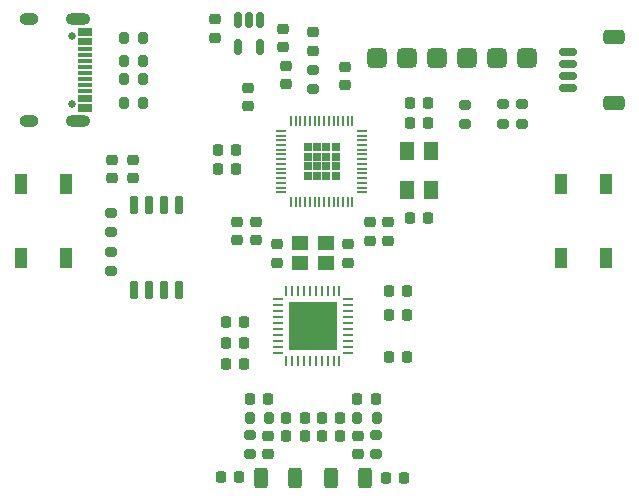
<source format=gts>
G04 #@! TF.GenerationSoftware,KiCad,Pcbnew,7.0.1-0*
G04 #@! TF.CreationDate,2023-05-11T23:17:20+02:00*
G04 #@! TF.ProjectId,nfc_reader,6e66635f-7265-4616-9465-722e6b696361,1.0*
G04 #@! TF.SameCoordinates,PX354a940PY3072580*
G04 #@! TF.FileFunction,Soldermask,Top*
G04 #@! TF.FilePolarity,Negative*
%FSLAX46Y46*%
G04 Gerber Fmt 4.6, Leading zero omitted, Abs format (unit mm)*
G04 Created by KiCad (PCBNEW 7.0.1-0) date 2023-05-11 23:17:20*
%MOMM*%
%LPD*%
G01*
G04 APERTURE LIST*
G04 Aperture macros list*
%AMRoundRect*
0 Rectangle with rounded corners*
0 $1 Rounding radius*
0 $2 $3 $4 $5 $6 $7 $8 $9 X,Y pos of 4 corners*
0 Add a 4 corners polygon primitive as box body*
4,1,4,$2,$3,$4,$5,$6,$7,$8,$9,$2,$3,0*
0 Add four circle primitives for the rounded corners*
1,1,$1+$1,$2,$3*
1,1,$1+$1,$4,$5*
1,1,$1+$1,$6,$7*
1,1,$1+$1,$8,$9*
0 Add four rect primitives between the rounded corners*
20,1,$1+$1,$2,$3,$4,$5,0*
20,1,$1+$1,$4,$5,$6,$7,0*
20,1,$1+$1,$6,$7,$8,$9,0*
20,1,$1+$1,$8,$9,$2,$3,0*%
G04 Aperture macros list end*
%ADD10RoundRect,0.200000X0.275000X-0.200000X0.275000X0.200000X-0.275000X0.200000X-0.275000X-0.200000X0*%
%ADD11R,1.400000X1.200000*%
%ADD12RoundRect,0.218750X0.218750X0.256250X-0.218750X0.256250X-0.218750X-0.256250X0.218750X-0.256250X0*%
%ADD13RoundRect,0.225000X0.250000X-0.225000X0.250000X0.225000X-0.250000X0.225000X-0.250000X-0.225000X0*%
%ADD14RoundRect,0.225000X0.225000X0.250000X-0.225000X0.250000X-0.225000X-0.250000X0.225000X-0.250000X0*%
%ADD15RoundRect,0.225000X-0.250000X0.225000X-0.250000X-0.225000X0.250000X-0.225000X0.250000X0.225000X0*%
%ADD16RoundRect,0.200000X0.200000X0.275000X-0.200000X0.275000X-0.200000X-0.275000X0.200000X-0.275000X0*%
%ADD17RoundRect,0.250000X0.312500X0.625000X-0.312500X0.625000X-0.312500X-0.625000X0.312500X-0.625000X0*%
%ADD18RoundRect,0.425000X0.425000X-0.425000X0.425000X0.425000X-0.425000X0.425000X-0.425000X-0.425000X0*%
%ADD19RoundRect,0.225000X-0.225000X-0.250000X0.225000X-0.250000X0.225000X0.250000X-0.225000X0.250000X0*%
%ADD20R,1.300000X1.600000*%
%ADD21RoundRect,0.150000X0.625000X-0.150000X0.625000X0.150000X-0.625000X0.150000X-0.625000X-0.150000X0*%
%ADD22RoundRect,0.250000X0.650000X-0.350000X0.650000X0.350000X-0.650000X0.350000X-0.650000X-0.350000X0*%
%ADD23C,0.650000*%
%ADD24R,1.150000X0.300000*%
%ADD25O,2.100000X1.000000*%
%ADD26O,1.600000X1.000000*%
%ADD27RoundRect,0.200000X-0.200000X-0.275000X0.200000X-0.275000X0.200000X0.275000X-0.200000X0.275000X0*%
%ADD28R,1.000000X1.700000*%
%ADD29RoundRect,0.200000X-0.275000X0.200000X-0.275000X-0.200000X0.275000X-0.200000X0.275000X0.200000X0*%
%ADD30RoundRect,0.218750X-0.256250X0.218750X-0.256250X-0.218750X0.256250X-0.218750X0.256250X0.218750X0*%
%ADD31O,0.200000X0.875000*%
%ADD32O,0.875000X0.200000*%
%ADD33R,0.800000X0.800000*%
%ADD34RoundRect,0.150000X-0.150000X0.512500X-0.150000X-0.512500X0.150000X-0.512500X0.150000X0.512500X0*%
%ADD35RoundRect,0.062500X-0.375000X-0.062500X0.375000X-0.062500X0.375000X0.062500X-0.375000X0.062500X0*%
%ADD36RoundRect,0.062500X-0.062500X-0.375000X0.062500X-0.375000X0.062500X0.375000X-0.062500X0.375000X0*%
%ADD37R,4.100000X4.100000*%
%ADD38RoundRect,0.150000X0.150000X-0.650000X0.150000X0.650000X-0.150000X0.650000X-0.150000X-0.650000X0*%
%ADD39RoundRect,0.218750X-0.218750X-0.256250X0.218750X-0.256250X0.218750X0.256250X-0.218750X0.256250X0*%
%ADD40RoundRect,0.250000X-0.312500X-0.625000X0.312500X-0.625000X0.312500X0.625000X-0.312500X0.625000X0*%
G04 APERTURE END LIST*
D10*
G04 #@! TO.C,R2*
X44687500Y-17425000D03*
X44687500Y-15775000D03*
G04 #@! TD*
D11*
G04 #@! TO.C,Y2*
X28087500Y-27550000D03*
X25887500Y-27550000D03*
X25887500Y-29250000D03*
X28087500Y-29250000D03*
G04 #@! TD*
D12*
G04 #@! TO.C,L2*
X26300000Y-42300000D03*
X24725000Y-42300000D03*
G04 #@! TD*
D13*
G04 #@! TO.C,C10*
X29687500Y-14150000D03*
X29687500Y-12600000D03*
G04 #@! TD*
D14*
G04 #@! TO.C,C27*
X29287500Y-43850000D03*
X27737500Y-43850000D03*
G04 #@! TD*
D15*
G04 #@! TO.C,C8*
X22187500Y-25725000D03*
X22187500Y-27275000D03*
G04 #@! TD*
D13*
G04 #@! TO.C,C12*
X21487500Y-15950000D03*
X21487500Y-14400000D03*
G04 #@! TD*
D14*
G04 #@! TO.C,C14*
X20462500Y-21275000D03*
X18912500Y-21275000D03*
G04 #@! TD*
D13*
G04 #@! TO.C,C23*
X23987500Y-29175000D03*
X23987500Y-27625000D03*
G04 #@! TD*
D16*
G04 #@! TO.C,R3*
X32387500Y-42300000D03*
X30737500Y-42300000D03*
G04 #@! TD*
D15*
G04 #@! TO.C,C11*
X33387500Y-25775000D03*
X33387500Y-27325000D03*
G04 #@! TD*
D17*
G04 #@! TO.C,R15*
X31412500Y-47400000D03*
X28487500Y-47400000D03*
G04 #@! TD*
D13*
G04 #@! TO.C,C3*
X24487500Y-10950000D03*
X24487500Y-9400000D03*
G04 #@! TD*
D14*
G04 #@! TO.C,C28*
X26287500Y-43850000D03*
X24737500Y-43850000D03*
G04 #@! TD*
D18*
G04 #@! TO.C,J3*
X32427500Y-11850000D03*
X34967500Y-11850000D03*
X37507500Y-11850000D03*
X40047500Y-11850000D03*
X42587500Y-11850000D03*
X45127500Y-11850000D03*
G04 #@! TD*
D19*
G04 #@! TO.C,C29*
X33162500Y-47400000D03*
X34712500Y-47400000D03*
G04 #@! TD*
D15*
G04 #@! TO.C,C5*
X31787500Y-25775000D03*
X31787500Y-27325000D03*
G04 #@! TD*
D10*
G04 #@! TO.C,R1*
X43087500Y-17425000D03*
X43087500Y-15775000D03*
G04 #@! TD*
D20*
G04 #@! TO.C,Y1*
X34987500Y-19725000D03*
X34987500Y-23025000D03*
X36987500Y-23025000D03*
X36987500Y-19725000D03*
G04 #@! TD*
D15*
G04 #@! TO.C,C9*
X20587500Y-25725000D03*
X20587500Y-27275000D03*
G04 #@! TD*
D21*
G04 #@! TO.C,J2*
X48587500Y-14375000D03*
X48587500Y-13375000D03*
X48587500Y-12375000D03*
X48587500Y-11375000D03*
D22*
X52462500Y-15675000D03*
X52462500Y-10075000D03*
G04 #@! TD*
D14*
G04 #@! TO.C,C19*
X21162500Y-36000000D03*
X19612500Y-36000000D03*
G04 #@! TD*
D13*
G04 #@! TO.C,C17*
X9987500Y-22050000D03*
X9987500Y-20500000D03*
G04 #@! TD*
D16*
G04 #@! TO.C,R7*
X12612500Y-10175000D03*
X10962500Y-10175000D03*
G04 #@! TD*
G04 #@! TO.C,R8*
X12612500Y-15675000D03*
X10962500Y-15675000D03*
G04 #@! TD*
D14*
G04 #@! TO.C,C2*
X21162500Y-37750000D03*
X19612500Y-37750000D03*
G04 #@! TD*
D15*
G04 #@! TO.C,C31*
X30812500Y-43825000D03*
X30812500Y-45375000D03*
G04 #@! TD*
D14*
G04 #@! TO.C,C25*
X23212500Y-40750000D03*
X21662500Y-40750000D03*
G04 #@! TD*
D23*
G04 #@! TO.C,J1*
X6592500Y-9985000D03*
X6592500Y-15765000D03*
D24*
X7657500Y-9525000D03*
X7657500Y-10325000D03*
X7657500Y-11625000D03*
X7657500Y-12625000D03*
X7657500Y-13125000D03*
X7657500Y-14125000D03*
X7657500Y-15425000D03*
X7657500Y-16225000D03*
X7657500Y-15925000D03*
X7657500Y-15125000D03*
X7657500Y-14625000D03*
X7657500Y-13625000D03*
X7657500Y-12125000D03*
X7657500Y-11125000D03*
X7657500Y-10625000D03*
X7657500Y-9825000D03*
D25*
X7092500Y-8555000D03*
D26*
X2912500Y-8555000D03*
D25*
X7092500Y-17195000D03*
D26*
X2912500Y-17195000D03*
G04 #@! TD*
D27*
G04 #@! TO.C,R14*
X10962500Y-13675000D03*
X12612500Y-13675000D03*
G04 #@! TD*
D19*
G04 #@! TO.C,C13*
X35187501Y-15675000D03*
X36737501Y-15675000D03*
G04 #@! TD*
D28*
G04 #@! TO.C,SW7*
X2287500Y-28800000D03*
X2287500Y-22500000D03*
X6087500Y-28800000D03*
X6087500Y-22500000D03*
G04 #@! TD*
D29*
G04 #@! TO.C,R6*
X32362500Y-43775000D03*
X32362500Y-45425000D03*
G04 #@! TD*
G04 #@! TO.C,R11*
X9887500Y-24950000D03*
X9887500Y-26600000D03*
G04 #@! TD*
D30*
G04 #@! TO.C,D1*
X26987500Y-9662500D03*
X26987500Y-11237500D03*
G04 #@! TD*
D27*
G04 #@! TO.C,R13*
X10962500Y-12075000D03*
X12612500Y-12075000D03*
G04 #@! TD*
D14*
G04 #@! TO.C,C16*
X36762500Y-17375000D03*
X35212500Y-17375000D03*
G04 #@! TD*
D19*
G04 #@! TO.C,C21*
X33412500Y-33600000D03*
X34962500Y-33600000D03*
G04 #@! TD*
D31*
G04 #@! TO.C,U5*
X25137500Y-24062500D03*
X25537500Y-24062500D03*
X25937500Y-24062500D03*
X26337500Y-24062500D03*
X26737500Y-24062500D03*
X27137500Y-24062500D03*
X27537500Y-24062500D03*
X27937500Y-24062500D03*
X28337500Y-24062500D03*
X28737500Y-24062500D03*
X29137500Y-24062500D03*
X29537500Y-24062500D03*
X29937500Y-24062500D03*
X30337500Y-24062500D03*
D32*
X31175000Y-23225000D03*
X31175000Y-22825000D03*
X31175000Y-22425000D03*
X31175000Y-22025000D03*
X31175000Y-21625000D03*
X31175000Y-21225000D03*
X31175000Y-20825000D03*
X31175000Y-20425000D03*
X31175000Y-20025000D03*
X31175000Y-19625000D03*
X31175000Y-19225000D03*
X31175000Y-18825000D03*
X31175000Y-18425000D03*
X31175000Y-18025000D03*
D31*
X30337500Y-17187500D03*
X29937500Y-17187500D03*
X29537500Y-17187500D03*
X29137500Y-17187500D03*
X28737500Y-17187500D03*
X28337500Y-17187500D03*
X27937500Y-17187500D03*
X27537500Y-17187500D03*
X27137500Y-17187500D03*
X26737500Y-17187500D03*
X26337500Y-17187500D03*
X25937500Y-17187500D03*
X25537500Y-17187500D03*
X25137500Y-17187500D03*
D32*
X24300000Y-18025000D03*
X24300000Y-18425000D03*
X24300000Y-18825000D03*
X24300000Y-19225000D03*
X24300000Y-19625000D03*
X24300000Y-20025000D03*
X24300000Y-20425000D03*
X24300000Y-20825000D03*
X24300000Y-21225000D03*
X24300000Y-21625000D03*
X24300000Y-22025000D03*
X24300000Y-22425000D03*
X24300000Y-22825000D03*
X24300000Y-23225000D03*
D33*
X26537500Y-21825000D03*
X27337500Y-21825000D03*
X28137500Y-21825000D03*
X28937500Y-21825000D03*
X26537500Y-21025000D03*
X27337500Y-21025000D03*
X28137500Y-21025000D03*
X28937500Y-21025000D03*
X26537500Y-20225000D03*
X27337500Y-20225000D03*
X28137500Y-20225000D03*
X28937500Y-20225000D03*
X26537500Y-19425000D03*
X27337500Y-19425000D03*
X28137500Y-19425000D03*
X28937500Y-19425000D03*
G04 #@! TD*
D13*
G04 #@! TO.C,C18*
X11787500Y-22050000D03*
X11787500Y-20500000D03*
G04 #@! TD*
D28*
G04 #@! TO.C,SW6*
X51787500Y-22500000D03*
X51787500Y-28800000D03*
X47987500Y-22500000D03*
X47987500Y-28800000D03*
G04 #@! TD*
D34*
G04 #@! TO.C,U1*
X22537500Y-8637500D03*
X21587500Y-8637500D03*
X20637500Y-8637500D03*
X20637500Y-10912500D03*
X22537500Y-10912500D03*
G04 #@! TD*
D19*
G04 #@! TO.C,C30*
X19212500Y-47350000D03*
X20762500Y-47350000D03*
G04 #@! TD*
D35*
G04 #@! TO.C,U3*
X24050000Y-32300000D03*
X24050000Y-32800000D03*
X24050000Y-33300000D03*
X24050000Y-33800000D03*
X24050000Y-34300000D03*
X24050000Y-34800000D03*
X24050000Y-35300000D03*
X24050000Y-35800000D03*
X24050000Y-36300000D03*
X24050000Y-36800000D03*
D36*
X24737500Y-37487500D03*
X25237500Y-37487500D03*
X25737500Y-37487500D03*
X26237500Y-37487500D03*
X26737500Y-37487500D03*
X27237500Y-37487500D03*
X27737500Y-37487500D03*
X28237500Y-37487500D03*
X28737500Y-37487500D03*
X29237500Y-37487500D03*
D35*
X29925000Y-36800000D03*
X29925000Y-36300000D03*
X29925000Y-35800000D03*
X29925000Y-35300000D03*
X29925000Y-34800000D03*
X29925000Y-34300000D03*
X29925000Y-33800000D03*
X29925000Y-33300000D03*
X29925000Y-32800000D03*
X29925000Y-32300000D03*
D36*
X29237500Y-31612500D03*
X28737500Y-31612500D03*
X28237500Y-31612500D03*
X27737500Y-31612500D03*
X27237500Y-31612500D03*
X26737500Y-31612500D03*
X26237500Y-31612500D03*
X25737500Y-31612500D03*
X25237500Y-31612500D03*
X24737500Y-31612500D03*
D37*
X26987500Y-34550000D03*
G04 #@! TD*
D14*
G04 #@! TO.C,C6*
X20462500Y-19675000D03*
X18912500Y-19675000D03*
G04 #@! TD*
D13*
G04 #@! TO.C,C7*
X24687500Y-14075000D03*
X24687500Y-12525000D03*
G04 #@! TD*
D15*
G04 #@! TO.C,C24*
X29987500Y-27625000D03*
X29987500Y-29175000D03*
G04 #@! TD*
D19*
G04 #@! TO.C,C15*
X35212500Y-25375000D03*
X36762500Y-25375000D03*
G04 #@! TD*
D10*
G04 #@! TO.C,R9*
X9887500Y-29900000D03*
X9887500Y-28250000D03*
G04 #@! TD*
D29*
G04 #@! TO.C,R5*
X21662500Y-43775000D03*
X21662500Y-45425000D03*
G04 #@! TD*
D15*
G04 #@! TO.C,C32*
X23212500Y-43825000D03*
X23212500Y-45375000D03*
G04 #@! TD*
D16*
G04 #@! TO.C,R4*
X23287500Y-42300000D03*
X21637500Y-42300000D03*
G04 #@! TD*
D10*
G04 #@! TO.C,R10*
X39837500Y-17450000D03*
X39837500Y-15800000D03*
G04 #@! TD*
D38*
G04 #@! TO.C,U4*
X11832500Y-31475000D03*
X13102500Y-31475000D03*
X14372500Y-31475000D03*
X15642500Y-31475000D03*
X15642500Y-24275000D03*
X14372500Y-24275000D03*
X13102500Y-24275000D03*
X11832500Y-24275000D03*
G04 #@! TD*
D29*
G04 #@! TO.C,R12*
X26987500Y-12875000D03*
X26987500Y-14525000D03*
G04 #@! TD*
D19*
G04 #@! TO.C,C4*
X33412500Y-37200000D03*
X34962500Y-37200000D03*
G04 #@! TD*
D14*
G04 #@! TO.C,C22*
X21162500Y-34200000D03*
X19612500Y-34200000D03*
G04 #@! TD*
G04 #@! TO.C,C26*
X32312500Y-40750000D03*
X30762500Y-40750000D03*
G04 #@! TD*
D15*
G04 #@! TO.C,C1*
X18687500Y-8600000D03*
X18687500Y-10150000D03*
G04 #@! TD*
D39*
G04 #@! TO.C,L1*
X27725000Y-42300000D03*
X29300000Y-42300000D03*
G04 #@! TD*
D19*
G04 #@! TO.C,C20*
X33412500Y-31600000D03*
X34962500Y-31600000D03*
G04 #@! TD*
D40*
G04 #@! TO.C,R16*
X22562500Y-47400000D03*
X25487500Y-47400000D03*
G04 #@! TD*
M02*

</source>
